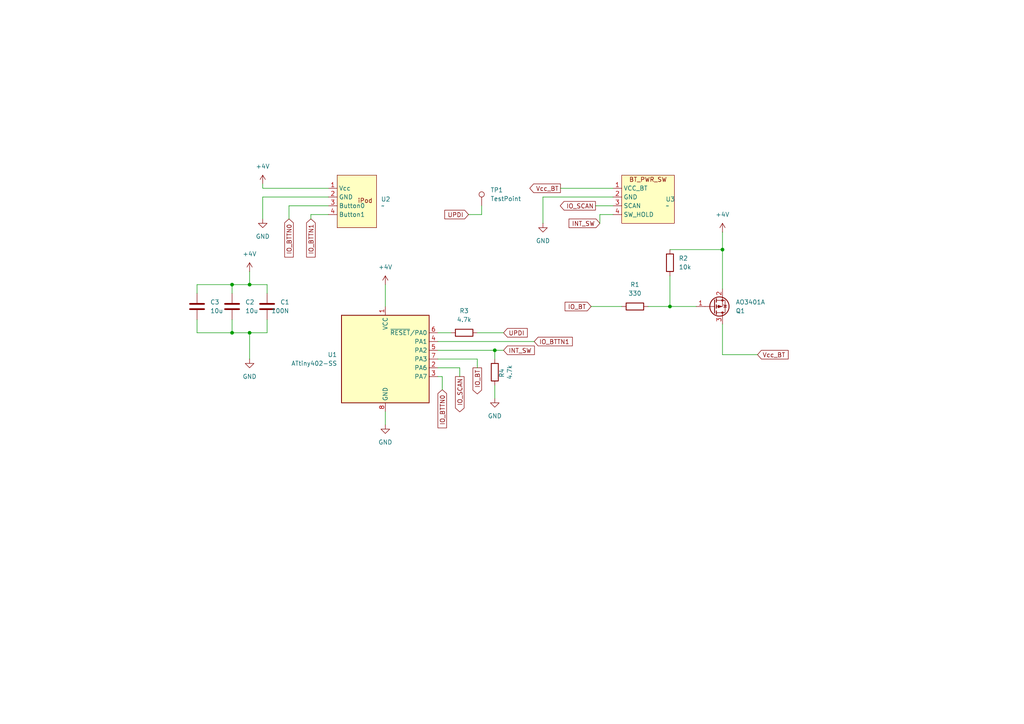
<source format=kicad_sch>
(kicad_sch (version 20250114) (generator "eeschema") (generator_version "9.0")
  (paper "A4")
  (title_block (title "iPod Attiny BT Control") (date "2025") (rev "0"))
  (lib_symbols
    (symbol "Connector:TestPoint" (pin_numbers (hide yes)) (pin_names (offset 0.762) (hide yes))
      (property "Reference" "TP" (at 0 6.858 0))
      (property "Value" "TestPoint" (at 0 5.08 0))
      (symbol "TestPoint_0_1"
        (circle (center 0 3.302) (radius 0.762))
      )
      (symbol "TestPoint_1_1"
        (pin passive line (at 0 0 90) (length 2.54) (name "1") (number "1"))
      )
    )
    (symbol "Device:C" (pin_numbers (hide yes)) (pin_names (offset 0.254))
      (property "Reference" "C" (at 0.635 2.54 0))
      (property "Value" "C" (at 0.635 -2.54 0))
      (symbol "C_0_1"
        (polyline (pts (xy -2.032 0.762) (xy 2.032 0.762)) (stroke (width 0.508)))
        (polyline (pts (xy -2.032 -0.762) (xy 2.032 -0.762)) (stroke (width 0.508)))
      )
      (symbol "C_1_1"
        (pin passive line (at 0 3.81 270) (length 2.794) (name "~") (number "1"))
        (pin passive line (at 0 -3.81 90) (length 2.794) (name "~") (number "2"))
      )
    )
    (symbol "Device:R" (pin_numbers (hide yes)) (pin_names (offset 0))
      (property "Reference" "R" (at 2.032 0 90))
      (property "Value" "R" (at 0 0 90))
      (symbol "R_0_1"
        (rectangle (start -1.016 -2.54) (end 1.016 2.54) (stroke (width 0.254)))
      )
      (symbol "R_1_1"
        (pin passive line (at 0 3.81 270) (length 1.27) (name "~") (number "1"))
        (pin passive line (at 0 -3.81 90) (length 1.27) (name "~") (number "2"))
      )
    )
    (symbol "MCU_Microchip_ATtiny:ATtiny402-SS"
      (property "Reference" "U" (at -12.7 13.97 0))
      (property "Value" "ATtiny402-SS" (at 2.54 -13.97 0))
      (symbol "ATtiny402-SS_0_1"
        (rectangle (start -12.7 -12.7) (end 12.7 12.7) (stroke (width 0.254)) (fill (type background)))
      )
      (symbol "ATtiny402-SS_1_1"
        (pin power_in line (at 0 15.24 270) (length 2.54) (name "VCC") (number "1"))
        (pin power_in line (at 0 -15.24 90) (length 2.54) (name "GND") (number "8"))
        (pin bidirectional line (at 15.24 7.62 180) (length 2.54) (name "~{RESET}/PA0") (number "6"))
        (pin bidirectional line (at 15.24 5.08 180) (length 2.54) (name "PA1") (number "4"))
        (pin bidirectional line (at 15.24 2.54 180) (length 2.54) (name "PA2") (number "5"))
        (pin bidirectional line (at 15.24 0 180) (length 2.54) (name "PA3") (number "7"))
        (pin bidirectional line (at 15.24 -2.54 180) (length 2.54) (name "PA6") (number "2"))
        (pin bidirectional line (at 15.24 -5.08 180) (length 2.54) (name "PA7") (number "3"))
      )
    )
    (symbol "Transistor_FET:AO3401A" (pin_names (hide yes))
      (property "Reference" "Q" (at 5.08 1.905 0))
      (property "Value" "AO3401A" (at 5.08 0 0))
      (symbol "AO3401A_0_1"
        (polyline (pts (xy 0.254 1.905) (xy 0.254 -1.905)) (stroke (width 0.254)))
        (polyline (pts (xy 0.254 0) (xy -2.54 0)))
        (polyline (pts (xy 0.762 2.286) (xy 0.762 1.27)) (stroke (width 0.254)))
        (polyline (pts (xy 0.762 1.778) (xy 3.302 1.778) (xy 3.302 -1.778) (xy 0.762 -1.778)))
        (polyline (pts (xy 0.762 0.508) (xy 0.762 -0.508)) (stroke (width 0.254)))
        (polyline (pts (xy 0.762 -1.27) (xy 0.762 -2.286)) (stroke (width 0.254)))
        (circle (center 1.651 0) (radius 2.794) (stroke (width 0.254)))
        (polyline (pts (xy 2.286 0) (xy 1.27 0.381) (xy 1.27 -0.381) (xy 2.286 0)) (fill (type outline)))
        (polyline (pts (xy 2.54 2.54) (xy 2.54 1.778)))
        (circle (center 2.54 1.778) (radius 0.254) (fill (type outline)))
        (circle (center 2.54 -1.778) (radius 0.254) (fill (type outline)))
        (polyline (pts (xy 2.54 -2.54) (xy 2.54 0) (xy 0.762 0)))
        (polyline (pts (xy 2.794 -0.508) (xy 2.921 -0.381) (xy 3.683 -0.381) (xy 3.81 -0.254)))
        (polyline (pts (xy 3.302 -0.381) (xy 2.921 0.254) (xy 3.683 0.254) (xy 3.302 -0.381)))
      )
      (symbol "AO3401A_1_1"
        (pin input line (at -5.08 0 0) (length 2.54) (name "G") (number "1"))
        (pin passive line (at 2.54 5.08 270) (length 2.54) (name "D") (number "3"))
        (pin passive line (at 2.54 -5.08 90) (length 2.54) (name "S") (number "2"))
      )
    )
    (symbol "custom_symbol_lib:KCX_SW_Connector"
      (property "Reference" "U" (at 0 0 0))
      (symbol "KCX_SW_Connector_1_1"
        (rectangle (start 2.54 7.62) (end 17.78 -6.35) (fill (type background)))
        (text "BT_PWR_SW" (at 10.16 6.35 0) (effects (font (size 1.27 1.27))))
        (pin power_out line (at 0 3.81 0) (length 2.54) (name "VCC_BT") (number "1"))
        (pin power_in line (at 0 1.27 0) (length 2.54) (name "GND") (number "2"))
        (pin output line (at 0 -1.27 0) (length 2.54) (name "SCAN") (number "3"))
        (pin output line (at 0 -3.81 0) (length 2.54) (name "SW_HOLD") (number "4"))
      )
    )
    (symbol "custom_symbol_lib:SMD_from_iPod"
      (property "Reference" "U" (at 0 0 0))
      (symbol "SMD_from_iPod_1_1"
        (rectangle (start 2.54 7.62) (end 13.97 -7.62) (fill (type background)))
        (text "iPod" (at 10.668 0.254 0) (effects (font (size 1.27 1.27))))
        (pin power_out line (at 0 3.81 0) (length 2.54) (name "Vcc") (number "1"))
        (pin power_out line (at 0 1.27 0) (length 2.54) (name "GND") (number "2"))
        (pin output line (at 0 -1.27 0) (length 2.54) (name "Button0") (number "3"))
        (pin output line (at 0 -3.81 0) (length 2.54) (name "Button1") (number "4"))
      )
    )
    (symbol "power:+4V" (power) (pin_numbers (hide yes)) (pin_names (offset 0) (hide yes))
      (property "Value" "+4V" (at 0 3.556 0))
      (symbol "+4V_0_1"
        (polyline (pts (xy -0.762 1.27) (xy 0 2.54)))
        (polyline (pts (xy 0 2.54) (xy 0.762 1.27)))
        (polyline (pts (xy 0 0) (xy 0 2.54)))
      )
      (symbol "+4V_1_1"
        (pin power_in line (at 0 0 90) (length 0) (name "~") (number "1"))
      )
    )
    (symbol "power:GND" (power) (pin_numbers (hide yes)) (pin_names (offset 0) (hide yes))
      (property "Value" "GND" (at 0 -3.81 0))
      (symbol "GND_0_1"
        (polyline (pts (xy 0 0) (xy 0 -1.27) (xy 1.27 -1.27) (xy 0 -2.54) (xy -1.27 -1.27) (xy 0 -1.27)))
      )
      (symbol "GND_1_1"
        (pin power_in line (at 0 0 270) (length 0) (name "~") (number "1"))
      )
    )
  )
  (junction (at 194.31 88.9))
  (junction (at 72.39 96.52))
  (junction (at 67.31 96.52))
  (junction (at 67.31 82.55))
  (junction (at 72.39 82.55))
  (junction (at 143.51 101.6))
  (junction (at 209.55 72.39))
  (wire (pts (xy 209.55 102.87) (xy 209.55 93.98)))
  (wire (pts (xy 138.43 96.52) (xy 146.05 96.52)))
  (wire (pts (xy 76.2 54.61) (xy 95.25 54.61)))
  (wire (pts (xy 133.35 106.68) (xy 133.35 109.22)))
  (wire (pts (xy 127 106.68) (xy 133.35 106.68)))
  (wire (pts (xy 76.2 57.15) (xy 95.25 57.15)))
  (wire (pts (xy 57.15 96.52) (xy 67.31 96.52)))
  (wire (pts (xy 57.15 82.55) (xy 67.31 82.55)))
  (wire (pts (xy 143.51 101.6) (xy 143.51 104.14)))
  (wire (pts (xy 128.27 109.22) (xy 127 109.22)))
  (wire (pts (xy 67.31 96.52) (xy 72.39 96.52)))
  (wire (pts (xy 172.72 59.69) (xy 177.8 59.69)))
  (wire (pts (xy 57.15 82.55) (xy 57.15 85.09)))
  (wire (pts (xy 139.7 62.23) (xy 139.7 59.69)))
  (wire (pts (xy 209.55 67.31) (xy 209.55 72.39)))
  (wire (pts (xy 138.43 104.14) (xy 138.43 106.68)))
  (wire (pts (xy 67.31 92.71) (xy 67.31 96.52)))
  (wire (pts (xy 143.51 101.6) (xy 146.05 101.6)))
  (wire (pts (xy 72.39 78.74) (xy 72.39 82.55)))
  (wire (pts (xy 77.47 92.71) (xy 77.47 96.52)))
  (wire (pts (xy 127 101.6) (xy 143.51 101.6)))
  (wire (pts (xy 57.15 92.71) (xy 57.15 96.52)))
  (wire (pts (xy 67.31 85.09) (xy 67.31 82.55)))
  (wire (pts (xy 187.96 88.9) (xy 194.31 88.9)))
  (wire (pts (xy 95.25 62.23) (xy 90.17 62.23)))
  (wire (pts (xy 135.89 62.23) (xy 139.7 62.23)))
  (wire (pts (xy 177.8 62.23) (xy 173.99 62.23)))
  (wire (pts (xy 162.56 54.61) (xy 177.8 54.61)))
  (wire (pts (xy 219.71 102.87) (xy 209.55 102.87)))
  (wire (pts (xy 72.39 96.52) (xy 77.47 96.52)))
  (wire (pts (xy 128.27 113.03) (xy 128.27 109.22)))
  (wire (pts (xy 72.39 96.52) (xy 72.39 104.14)))
  (wire (pts (xy 171.45 88.9) (xy 180.34 88.9)))
  (wire (pts (xy 76.2 63.5) (xy 76.2 57.15)))
  (wire (pts (xy 143.51 111.76) (xy 143.51 115.57)))
  (wire (pts (xy 76.2 54.61) (xy 76.2 53.34)))
  (wire (pts (xy 72.39 82.55) (xy 77.47 82.55)))
  (wire (pts (xy 173.99 62.23) (xy 173.99 64.77)))
  (wire (pts (xy 111.76 119.38) (xy 111.76 123.19)))
  (wire (pts (xy 90.17 62.23) (xy 90.17 63.5)))
  (wire (pts (xy 209.55 72.39) (xy 209.55 83.82)))
  (wire (pts (xy 95.25 59.69) (xy 83.82 59.69)))
  (wire (pts (xy 194.31 72.39) (xy 209.55 72.39)))
  (wire (pts (xy 77.47 82.55) (xy 77.47 85.09)))
  (wire (pts (xy 157.48 57.15) (xy 177.8 57.15)))
  (wire (pts (xy 67.31 82.55) (xy 72.39 82.55)))
  (wire (pts (xy 194.31 80.01) (xy 194.31 88.9)))
  (wire (pts (xy 111.76 82.55) (xy 111.76 88.9)))
  (wire (pts (xy 127 99.06) (xy 154.94 99.06)))
  (wire (pts (xy 83.82 59.69) (xy 83.82 63.5)))
  (wire (pts (xy 194.31 88.9) (xy 201.93 88.9)))
  (wire (pts (xy 127 104.14) (xy 138.43 104.14)))
  (wire (pts (xy 127 96.52) (xy 130.81 96.52)))
  (wire (pts (xy 157.48 57.15) (xy 157.48 64.77)))
  (global_label "UPDI" (shape input) (at 135.89 62.23 180) (property "Intersheetrefs" "${INTERSHEET_REFS}" (effects (hide yes))))
  (global_label "Vcc_BT" (shape output) (at 162.56 54.61 180) (property "Intersheetrefs" "${INTERSHEET_REFS}" (effects (hide yes))))
  (global_label "IO_BTTN0" (shape input) (at 128.27 113.03 270) (property "Intersheetrefs" "${INTERSHEET_REFS}" (effects (hide yes))))
  (global_label "IO_SCAN" (shape output) (at 133.35 109.22 270) (property "Intersheetrefs" "${INTERSHEET_REFS}" (effects (hide yes))))
  (global_label "INT_SW" (shape input) (at 173.99 64.77 180) (property "Intersheetrefs" "${INTERSHEET_REFS}" (effects (hide yes))))
  (global_label "IO_BTTN0" (shape input) (at 83.82 63.5 270) (property "Intersheetrefs" "${INTERSHEET_REFS}" (effects (hide yes))))
  (global_label "UPDI" (shape input) (at 146.05 96.52 0) (property "Intersheetrefs" "${INTERSHEET_REFS}" (effects (hide yes))))
  (global_label "IO_SCAN" (shape output) (at 172.72 59.69 180) (property "Intersheetrefs" "${INTERSHEET_REFS}" (effects (hide yes))))
  (global_label "IO_BTTN1" (shape input) (at 90.17 63.5 270) (property "Intersheetrefs" "${INTERSHEET_REFS}" (effects (hide yes))))
  (global_label "IO_BTTN1" (shape input) (at 154.94 99.06 0) (property "Intersheetrefs" "${INTERSHEET_REFS}" (effects (hide yes))))
  (global_label "IO_BT" (shape output) (at 138.43 106.68 270) (property "Intersheetrefs" "${INTERSHEET_REFS}" (effects (hide yes))))
  (global_label "IO_BT" (shape input) (at 171.45 88.9 180) (property "Intersheetrefs" "${INTERSHEET_REFS}" (effects (hide yes))))
  (global_label "Vcc_BT" (shape input) (at 219.71 102.87 0) (property "Intersheetrefs" "${INTERSHEET_REFS}" (effects (hide yes))))
  (global_label "INT_SW" (shape input) (at 146.05 101.6 0) (property "Intersheetrefs" "${INTERSHEET_REFS}" (effects (hide yes))))
  (symbol (lib_id "Device:R") (at 194.31 76.2 180) (unit 1)
    (property "Reference" "R2" (at 196.85 74.9299 0) (effects (justify right)))
    (property "Value" "10k" (at 196.85 77.4699 0) (effects (justify right)))
    (property "Footprint" "Resistor_SMD:R_0603_1608Metric_Pad0.98x0.95mm_HandSolder" (effects (hide yes)))
    (property "Description" "Resistor" (effects (hide yes)))
  )
  (symbol (lib_id "power:GND") (at 143.51 115.57 0) (unit 1)
    (property "Reference" "#PWR06" (effects (hide yes)))
    (property "Value" "GND" (at 143.51 120.65 0))
    (property "Description" "Power symbol creates a global label with name \"GND\" , ground" (effects (hide yes)))
  )
  (symbol (lib_id "power:+4V") (at 111.76 82.55 0) (unit 1)
    (property "Reference" "#PWR010" (effects (hide yes)))
    (property "Value" "+4V" (at 111.76 77.47 0))
    (property "Description" "Power symbol creates a global label with name \"+4V\"" (effects (hide yes)))
  )
  (symbol (lib_id "power:GND") (at 76.2 63.5 0) (unit 1)
    (property "Reference" "#PWR08" (effects (hide yes)))
    (property "Value" "GND" (at 76.2 68.58 0))
    (property "Description" "Power symbol creates a global label with name \"GND\" , ground" (effects (hide yes)))
  )
  (symbol (lib_id "Device:R") (at 134.62 96.52 270) (unit 1)
    (property "Reference" "R3" (at 134.62 90.17 90))
    (property "Value" "4.7k" (at 134.62 92.71 90))
    (property "Footprint" "Resistor_SMD:R_0603_1608Metric_Pad0.98x0.95mm_HandSolder" (effects (hide yes)))
    (property "Description" "Resistor" (effects (hide yes)))
  )
  (symbol (lib_id "MCU_Microchip_ATtiny:ATtiny402-SS") (at 111.76 104.14 0) (unit 1)
    (property "Reference" "U1" (at 97.79 102.8699 0) (effects (justify right)))
    (property "Value" "ATtiny402-SS" (at 97.79 105.4099 0) (effects (justify right)))
    (property "Footprint" "Package_SO:SOIC-8_3.9x4.9mm_P1.27mm" (effects (hide yes)))
    (property "Datasheet" "http://ww1.microchip.com/downloads/en/DeviceDoc/ATtiny202-402-AVR-MCU-with-Core-Independent-Peripherals_and-picoPower-40001969A.pdf" (effects (hide yes)))
    (property "Description" "20MHz, 4kB Flash, 256B SRAM, 128B EEPROM, SOIC-8" (effects (hide yes)))
  )
  (symbol (lib_id "power:GND") (at 72.39 104.14 0) (unit 1)
    (property "Reference" "#PWR03" (effects (hide yes)))
    (property "Value" "GND" (at 72.39 109.22 0))
    (property "Description" "Power symbol creates a global label with name \"GND\" , ground" (effects (hide yes)))
  )
  (symbol (lib_id "Device:C") (at 67.31 88.9 0) (unit 1)
    (property "Reference" "C2" (at 71.12 87.6299 0) (effects (justify left)))
    (property "Value" "10u" (at 71.12 90.1699 0) (effects (justify left)))
    (property "Footprint" "Capacitor_SMD:C_0603_1608Metric_Pad1.08x0.95mm_HandSolder" (effects (hide yes)))
    (property "Description" "Unpolarized capacitor" (effects (hide yes)))
  )
  (symbol (lib_id "Device:R") (at 143.51 107.95 0) (mirror x) (unit 1)
    (property "Reference" "R4" (at 145.542 108.204 90))
    (property "Value" "4.7k" (at 147.828 107.95 90))
    (property "Footprint" "Resistor_SMD:R_0603_1608Metric_Pad0.98x0.95mm_HandSolder" (effects (hide yes)))
    (property "Description" "Resistor" (effects (hide yes)))
  )
  (symbol (lib_id "power:+4V") (at 209.55 67.31 0) (unit 1)
    (property "Reference" "#PWR02" (effects (hide yes)))
    (property "Value" "+4V" (at 209.55 62.23 0))
    (property "Description" "Power symbol creates a global label with name \"+4V\"" (effects (hide yes)))
  )
  (symbol (lib_id "custom_symbol_lib:KCX_SW_Connector") (at 177.8 58.42 0) (unit 1)
    (property "Reference" "U3" (at 193.04 57.7849 0) (effects (justify left)))
    (property "Value" "~" (at 193.04 59.69 0) (effects (justify left)))
    (property "Footprint" "custom_library:BT_SW_Custom" (effects (hide yes)))
  )
  (symbol (lib_id "Device:R") (at 184.15 88.9 270) (unit 1)
    (property "Reference" "R1" (at 184.15 82.55 90))
    (property "Value" "330" (at 184.15 85.09 90))
    (property "Footprint" "Resistor_SMD:R_0603_1608Metric_Pad0.98x0.95mm_HandSolder" (effects (hide yes)))
    (property "Description" "Resistor" (effects (hide yes)))
  )
  (symbol (lib_id "power:+4V") (at 76.2 53.34 0) (unit 1)
    (property "Reference" "#PWR07" (effects (hide yes)))
    (property "Value" "+4V" (at 76.2 48.26 0))
    (property "Description" "Power symbol creates a global label with name \"+4V\"" (effects (hide yes)))
  )
  (symbol (lib_id "Transistor_FET:AO3401A") (at 207.01 88.9 0) (mirror x) (unit 1)
    (property "Reference" "Q1" (at 213.36 90.1701 0) (effects (justify left)))
    (property "Value" "AO3401A" (at 213.36 87.6301 0) (effects (justify left)))
    (property "Footprint" "Package_TO_SOT_SMD:SOT-23" (effects (hide yes)))
    (property "Datasheet" "http://www.aosmd.com/pdfs/datasheet/AO3401A.pdf" (effects (hide yes)))
    (property "Description" "-4.0A Id, -30V Vds, P-Channel MOSFET, SOT-23" (effects (hide yes)))
  )
  (symbol (lib_id "power:GND") (at 111.76 123.19 0) (unit 1)
    (property "Reference" "#PWR04" (effects (hide yes)))
    (property "Value" "GND" (at 111.76 128.27 0))
    (property "Description" "Power symbol creates a global label with name \"GND\" , ground" (effects (hide yes)))
  )
  (symbol (lib_id "power:+4V") (at 72.39 78.74 0) (unit 1)
    (property "Reference" "#PWR01" (effects (hide yes)))
    (property "Value" "+4V" (at 72.39 73.66 0))
    (property "Description" "Power symbol creates a global label with name \"+4V\"" (effects (hide yes)))
  )
  (symbol (lib_id "Connector:TestPoint") (at 139.7 59.69 0) (unit 1)
    (property "Reference" "TP1" (at 142.24 55.1179 0) (effects (justify left)))
    (property "Value" "TestPoint" (at 142.24 57.6579 0) (effects (justify left)))
    (property "Footprint" "TestPoint:TestPoint_Pad_D1.0mm" (effects (hide yes)))
    (property "Description" "test point" (effects (hide yes)))
  )
  (symbol (lib_id "power:GND") (at 157.48 64.77 0) (unit 1)
    (property "Reference" "#PWR05" (effects (hide yes)))
    (property "Value" "GND" (at 157.48 69.85 0))
    (property "Description" "Power symbol creates a global label with name \"GND\" , ground" (effects (hide yes)))
  )
  (symbol (lib_id "Device:C") (at 77.47 88.9 0) (unit 1)
    (property "Reference" "C1" (at 81.28 87.6299 0) (effects (justify left)))
    (property "Value" "100N" (at 81.28 90.1699 0))
    (property "Footprint" "Capacitor_SMD:C_0603_1608Metric_Pad1.08x0.95mm_HandSolder" (effects (hide yes)))
    (property "Description" "Unpolarized capacitor" (effects (hide yes)))
  )
  (symbol (lib_id "Device:C") (at 57.15 88.9 0) (unit 1)
    (property "Reference" "C3" (at 60.96 87.6299 0) (effects (justify left)))
    (property "Value" "10u" (at 60.96 90.1699 0) (effects (justify left)))
    (property "Footprint" "Capacitor_SMD:C_0603_1608Metric_Pad1.08x0.95mm_HandSolder" (effects (hide yes)))
    (property "Description" "Unpolarized capacitor" (effects (hide yes)))
  )
  (symbol (lib_id "custom_symbol_lib:SMD_from_iPod") (at 95.25 58.42 0) (unit 1)
    (property "Reference" "U2" (at 110.49 57.7849 0) (effects (justify left)))
    (property "Value" "~" (at 110.49 59.69 0) (effects (justify left)))
    (property "Footprint" "custom_library:iPod_Custom" (effects (hide yes)))
  )
)
</source>
